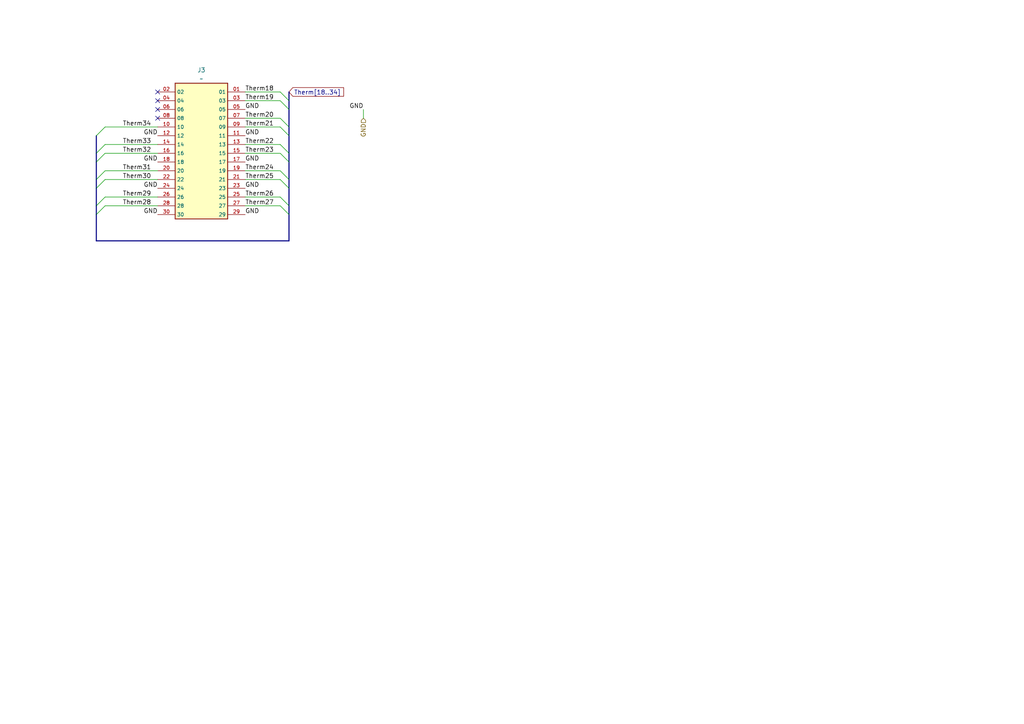
<source format=kicad_sch>
(kicad_sch (version 20231120) (generator "eeschema") (generator_version "8.0")
  (paper "A4")
  (lib_symbols
    (symbol "formula:Samtec_30_pin"
      (property "Reference" "J" (at 0 0 0))
      (symbol "Samtec_30_pin_0_0"
        (rectangle (start -8.89 63.5) (end 6.35 24.13) (stroke (width 0.254)) (fill (type background)))
        (pin passive line (at 11.43 58.42 180) (length 5.08) (name "03") (number "03"))
        (pin passive line (at -13.97 58.42 0) (length 5.08) (name "04") (number "04"))
        (pin passive line (at 11.43 55.88 180) (length 5.08) (name "05") (number "05"))
        (pin passive line (at -13.97 55.88 0) (length 5.08) (name "06") (number "06"))
        (pin passive line (at 11.43 53.34 180) (length 5.08) (name "07") (number "07"))
        (pin passive line (at -13.97 53.34 0) (length 5.08) (name "08") (number "08"))
        (pin passive line (at 11.43 50.8 180) (length 5.08) (name "09") (number "09"))
        (pin passive line (at -13.97 50.8 0) (length 5.08) (name "10") (number "10"))
        (pin passive line (at 11.43 48.26 180) (length 5.08) (name "11") (number "11"))
        (pin passive line (at -13.97 48.26 0) (length 5.08) (name "12") (number "12"))
        (pin passive line (at 11.43 45.72 180) (length 5.08) (name "13") (number "13"))
        (pin passive line (at -13.97 45.72 0) (length 5.08) (name "14") (number "14"))
        (pin passive line (at 11.43 43.18 180) (length 5.08) (name "15") (number "15"))
        (pin passive line (at -13.97 43.18 0) (length 5.08) (name "16") (number "16"))
        (pin passive line (at 11.43 40.64 180) (length 5.08) (name "17") (number "17"))
        (pin passive line (at -13.97 40.64 0) (length 5.08) (name "18") (number "18"))
        (pin passive line (at 11.43 38.1 180) (length 5.08) (name "19") (number "19"))
        (pin passive line (at -13.97 38.1 0) (length 5.08) (name "20") (number "20"))
        (pin passive line (at 11.43 35.56 180) (length 5.08) (name "21") (number "21"))
        (pin passive line (at -13.97 35.56 0) (length 5.08) (name "22") (number "22"))
        (pin passive line (at 11.43 33.02 180) (length 5.08) (name "23") (number "23"))
        (pin passive line (at -13.97 33.02 0) (length 5.08) (name "24") (number "24"))
        (pin passive line (at 11.43 30.48 180) (length 5.08) (name "25") (number "25"))
        (pin passive line (at -13.97 30.48 0) (length 5.08) (name "26") (number "26"))
        (pin passive line (at 11.43 27.94 180) (length 5.08) (name "27") (number "27"))
        (pin passive line (at -13.97 27.94 0) (length 5.08) (name "28") (number "28"))
        (pin passive line (at 11.43 25.4 180) (length 5.08) (name "29") (number "29"))
        (pin passive line (at -13.97 25.4 0) (length 5.08) (name "30") (number "30"))
      )
      (symbol "Samtec_30_pin_1_0"
        (pin passive line (at 11.43 60.96 180) (length 5.08) (name "01") (number "01"))
        (pin passive line (at -13.97 60.96 0) (length 5.08) (name "02") (number "02"))
      )
    )
  )
  (no_connect (at 45.72 34.29))
  (no_connect (at 45.72 29.21))
  (no_connect (at 45.72 31.75))
  (no_connect (at 45.72 26.67))
  (bus_entry (at 83.82 31.75) (size -2.54 -2.54))
  (bus_entry (at 83.82 39.37) (size -2.54 -2.54))
  (bus_entry (at 27.94 39.37) (size 2.54 -2.54))
  (bus_entry (at 83.82 44.45) (size -2.54 -2.54))
  (bus_entry (at 83.82 59.69) (size -2.54 -2.54))
  (bus_entry (at 27.94 59.69) (size 2.54 -2.54))
  (bus_entry (at 83.82 52.07) (size -2.54 -2.54))
  (bus_entry (at 27.94 54.61) (size 2.54 -2.54))
  (bus_entry (at 27.94 52.07) (size 2.54 -2.54))
  (bus_entry (at 83.82 54.61) (size -2.54 -2.54))
  (bus_entry (at 83.82 62.23) (size -2.54 -2.54))
  (bus_entry (at 27.94 46.99) (size 2.54 -2.54))
  (bus_entry (at 83.82 36.83) (size -2.54 -2.54))
  (bus_entry (at 27.94 44.45) (size 2.54 -2.54))
  (bus_entry (at 83.82 29.21) (size -2.54 -2.54))
  (bus_entry (at 83.82 46.99) (size -2.54 -2.54))
  (bus_entry (at 27.94 62.23) (size 2.54 -2.54))
  (bus (pts (xy 83.82 31.75) (xy 83.82 36.83)))
  (bus (pts (xy 83.82 62.23) (xy 83.82 69.85)))
  (bus (pts (xy 27.94 44.45) (xy 27.94 46.99)))
  (bus (pts (xy 83.82 52.07) (xy 83.82 54.61)))
  (bus (pts (xy 83.82 59.69) (xy 83.82 62.23)))
  (wire (pts (xy 71.12 52.07) (xy 81.28 52.07)))
  (bus (pts (xy 83.82 46.99) (xy 83.82 52.07)))
  (bus (pts (xy 83.82 44.45) (xy 83.82 46.99)))
  (wire (pts (xy 30.48 52.07) (xy 45.72 52.07)))
  (wire (pts (xy 30.48 57.15) (xy 45.72 57.15)))
  (bus (pts (xy 27.94 39.37) (xy 27.94 44.45)))
  (wire (pts (xy 105.41 31.75) (xy 105.41 34.29)))
  (bus (pts (xy 83.82 39.37) (xy 83.82 44.45)))
  (wire (pts (xy 71.12 26.67) (xy 81.28 26.67)))
  (wire (pts (xy 30.48 44.45) (xy 45.72 44.45)))
  (wire (pts (xy 30.48 49.53) (xy 45.72 49.53)))
  (wire (pts (xy 71.12 59.69) (xy 81.28 59.69)))
  (bus (pts (xy 27.94 62.23) (xy 27.94 69.85)))
  (bus (pts (xy 83.82 54.61) (xy 83.82 59.69)))
  (wire (pts (xy 71.12 41.91) (xy 81.28 41.91)))
  (wire (pts (xy 30.48 59.69) (xy 45.72 59.69)))
  (bus (pts (xy 83.82 69.85) (xy 27.94 69.85)))
  (bus (pts (xy 27.94 54.61) (xy 27.94 59.69)))
  (wire (pts (xy 30.48 36.83) (xy 45.72 36.83)))
  (bus (pts (xy 83.82 26.67) (xy 83.82 29.21)))
  (wire (pts (xy 71.12 29.21) (xy 81.28 29.21)))
  (wire (pts (xy 71.12 34.29) (xy 81.28 34.29)))
  (wire (pts (xy 71.12 49.53) (xy 81.28 49.53)))
  (bus (pts (xy 27.94 59.69) (xy 27.94 62.23)))
  (bus (pts (xy 27.94 46.99) (xy 27.94 52.07)))
  (bus (pts (xy 83.82 36.83) (xy 83.82 39.37)))
  (wire (pts (xy 71.12 36.83) (xy 81.28 36.83)))
  (wire (pts (xy 81.28 57.15) (xy 71.12 57.15)))
  (bus (pts (xy 83.82 29.21) (xy 83.82 31.75)))
  (bus (pts (xy 27.94 52.07) (xy 27.94 54.61)))
  (wire (pts (xy 30.48 41.91) (xy 45.72 41.91)))
  (wire (pts (xy 71.12 44.45) (xy 81.28 44.45)))
  (label "GND" (at 71.12 39.37 0))
  (label "Therm24" (at 71.12 49.53 0))
  (label "Therm20" (at 71.12 34.29 0))
  (label "GND" (at 71.12 54.61 0))
  (label "Therm30" (at 35.56 52.07 0))
  (label "GND" (at 71.12 62.23 0))
  (label "GND" (at 45.72 46.99 180))
  (label "GND" (at 45.72 39.37 180))
  (label "GND" (at 45.72 54.61 180))
  (label "Therm34" (at 35.56 36.83 0))
  (label "Therm23" (at 71.12 44.45 0))
  (label "Therm31" (at 35.56 49.53 0))
  (label "GND" (at 71.12 46.99 0))
  (label "Therm25" (at 71.12 52.07 0))
  (label "GND" (at 45.72 62.23 180))
  (label "Therm19" (at 71.12 29.21 0))
  (label "Therm33" (at 35.56 41.91 0))
  (label "Therm27" (at 71.12 59.69 0))
  (label "GND" (at 71.12 31.75 0))
  (label "Therm28" (at 35.56 59.69 0))
  (label "Therm32" (at 35.56 44.45 0))
  (label "Therm21" (at 71.12 36.83 0))
  (label "Therm29" (at 35.56 57.15 0))
  (label "GND" (at 105.41 31.75 180))
  (label "Therm18" (at 71.12 26.67 0))
  (label "Therm22" (at 71.12 41.91 0))
  (label "Therm26" (at 71.12 57.15 0))
  (global_label "Therm[18..34]" (shape input) (at 83.82 26.67 0) (property "Intersheetrefs" "${INTERSHEET_REFS}" (effects (hide yes))))
  (hierarchical_label "GND" (shape input) (at 105.41 34.29 270))
  (symbol (lib_id "formula:Samtec_30_pin") (at 59.69 87.63 0) (unit 1)
    (property "Reference" "J3" (at 58.42 20.32 0))
    (property "Value" "~" (at 58.42 22.86 0))
    (property "Footprint" "oem:Samtec 20" (effects (hide yes)))
  )
)
</source>
